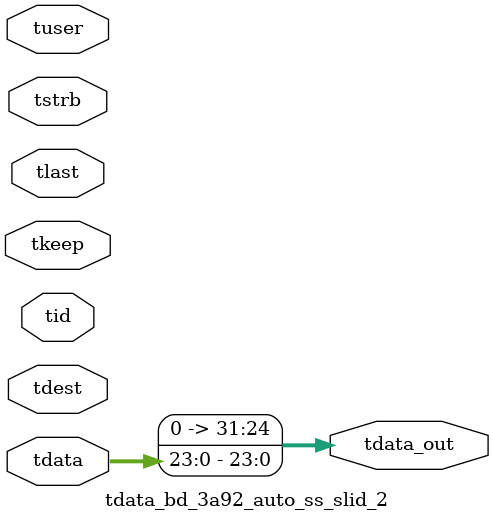
<source format=v>


`timescale 1ps/1ps

module tdata_bd_3a92_auto_ss_slid_2 #
(
parameter C_S_AXIS_TDATA_WIDTH = 32,
parameter C_S_AXIS_TUSER_WIDTH = 0,
parameter C_S_AXIS_TID_WIDTH   = 0,
parameter C_S_AXIS_TDEST_WIDTH = 0,
parameter C_M_AXIS_TDATA_WIDTH = 32
)
(
input  [(C_S_AXIS_TDATA_WIDTH == 0 ? 1 : C_S_AXIS_TDATA_WIDTH)-1:0     ] tdata,
input  [(C_S_AXIS_TUSER_WIDTH == 0 ? 1 : C_S_AXIS_TUSER_WIDTH)-1:0     ] tuser,
input  [(C_S_AXIS_TID_WIDTH   == 0 ? 1 : C_S_AXIS_TID_WIDTH)-1:0       ] tid,
input  [(C_S_AXIS_TDEST_WIDTH == 0 ? 1 : C_S_AXIS_TDEST_WIDTH)-1:0     ] tdest,
input  [(C_S_AXIS_TDATA_WIDTH/8)-1:0 ] tkeep,
input  [(C_S_AXIS_TDATA_WIDTH/8)-1:0 ] tstrb,
input                                                                    tlast,
output [C_M_AXIS_TDATA_WIDTH-1:0] tdata_out
);

assign tdata_out = {tdata[23:0]};

endmodule


</source>
